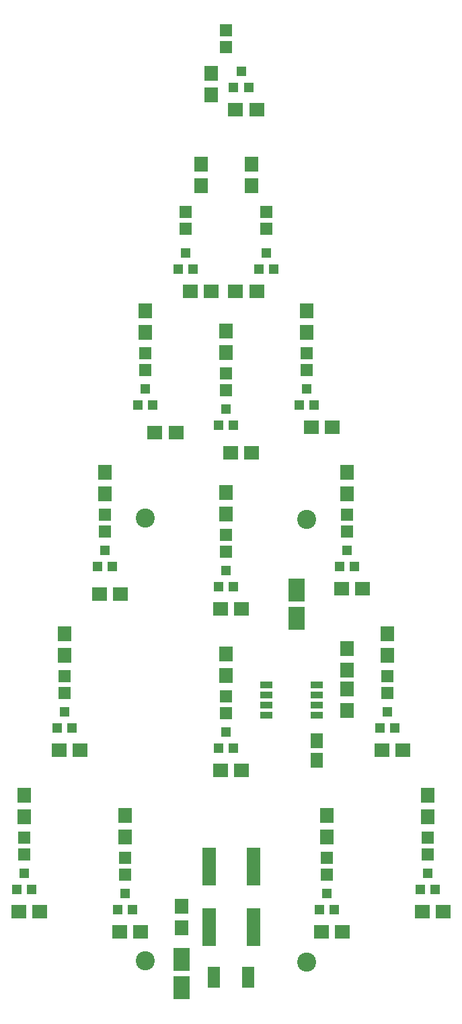
<source format=gbr>
G04 #@! TF.FileFunction,Soldermask,Top*
%FSLAX46Y46*%
G04 Gerber Fmt 4.6, Leading zero omitted, Abs format (unit mm)*
G04 Created by KiCad (PCBNEW 4.0.2-stable) date 12/1/2016 11:33:22 PM*
%MOMM*%
G01*
G04 APERTURE LIST*
%ADD10C,0.100000*%
%ADD11R,2.000000X3.000000*%
%ADD12R,1.650000X1.900000*%
%ADD13R,1.598880X1.598880*%
%ADD14R,1.200100X1.200100*%
%ADD15R,1.900000X1.700000*%
%ADD16R,1.700000X1.900000*%
%ADD17R,1.543000X0.908000*%
%ADD18R,1.797000X0.831800*%
%ADD19R,1.500000X0.800000*%
%ADD20C,2.400000*%
G04 APERTURE END LIST*
D10*
D11*
X78232000Y-161522000D03*
X78232000Y-165122000D03*
D12*
X95250000Y-134005000D03*
X95250000Y-136505000D03*
D11*
X92710000Y-118640000D03*
X92710000Y-115040000D03*
D13*
X83820000Y-44670980D03*
X83820000Y-46769020D03*
X78740000Y-67530980D03*
X78740000Y-69629020D03*
X88900000Y-67530980D03*
X88900000Y-69629020D03*
X73660000Y-85310980D03*
X73660000Y-87409020D03*
X83820000Y-87850980D03*
X83820000Y-89949020D03*
X93980000Y-85310980D03*
X93980000Y-87409020D03*
X68580000Y-105630980D03*
X68580000Y-107729020D03*
X83820000Y-108170980D03*
X83820000Y-110269020D03*
X99060000Y-105630980D03*
X99060000Y-107729020D03*
X63500000Y-125950980D03*
X63500000Y-128049020D03*
X83820000Y-128490980D03*
X83820000Y-130589020D03*
X104140000Y-125950980D03*
X104140000Y-128049020D03*
X58420000Y-146270980D03*
X58420000Y-148369020D03*
X71120000Y-148810980D03*
X71120000Y-150909020D03*
X96520000Y-148810980D03*
X96520000Y-150909020D03*
X109220000Y-146270980D03*
X109220000Y-148369020D03*
D14*
X84775000Y-51800760D03*
X86675000Y-51800760D03*
X85725000Y-49801780D03*
X77790000Y-74660760D03*
X79690000Y-74660760D03*
X78740000Y-72661780D03*
X87950000Y-74660760D03*
X89850000Y-74660760D03*
X88900000Y-72661780D03*
X72710000Y-91805760D03*
X74610000Y-91805760D03*
X73660000Y-89806780D03*
X82870000Y-94345760D03*
X84770000Y-94345760D03*
X83820000Y-92346780D03*
X93030000Y-91805760D03*
X94930000Y-91805760D03*
X93980000Y-89806780D03*
X67630000Y-112125760D03*
X69530000Y-112125760D03*
X68580000Y-110126780D03*
X82870000Y-114665760D03*
X84770000Y-114665760D03*
X83820000Y-112666780D03*
X98110000Y-112125760D03*
X100010000Y-112125760D03*
X99060000Y-110126780D03*
X62550000Y-132445760D03*
X64450000Y-132445760D03*
X63500000Y-130446780D03*
X82870000Y-134985760D03*
X84770000Y-134985760D03*
X83820000Y-132986780D03*
X103190000Y-132445760D03*
X105090000Y-132445760D03*
X104140000Y-130446780D03*
X57470000Y-152765760D03*
X59370000Y-152765760D03*
X58420000Y-150766780D03*
X70170000Y-155305760D03*
X72070000Y-155305760D03*
X71120000Y-153306780D03*
X95570000Y-155305760D03*
X97470000Y-155305760D03*
X96520000Y-153306780D03*
X108270000Y-152765760D03*
X110170000Y-152765760D03*
X109220000Y-150766780D03*
D15*
X87710000Y-54610000D03*
X85010000Y-54610000D03*
X81995000Y-77470000D03*
X79295000Y-77470000D03*
D16*
X81915000Y-52785000D03*
X81915000Y-50085000D03*
X80645000Y-61515000D03*
X80645000Y-64215000D03*
D15*
X85010000Y-77470000D03*
X87710000Y-77470000D03*
X77550000Y-95250000D03*
X74850000Y-95250000D03*
D16*
X86995000Y-61515000D03*
X86995000Y-64215000D03*
X73660000Y-79930000D03*
X73660000Y-82630000D03*
X78232000Y-154860000D03*
X78232000Y-157560000D03*
D15*
X87075000Y-97790000D03*
X84375000Y-97790000D03*
X97235000Y-94615000D03*
X94535000Y-94615000D03*
D16*
X83820000Y-82470000D03*
X83820000Y-85170000D03*
X93980000Y-79930000D03*
X93980000Y-82630000D03*
X99060000Y-122475000D03*
X99060000Y-125175000D03*
X99060000Y-127555000D03*
X99060000Y-130255000D03*
D15*
X70565000Y-115570000D03*
X67865000Y-115570000D03*
X85805000Y-117475000D03*
X83105000Y-117475000D03*
D16*
X68580000Y-100250000D03*
X68580000Y-102950000D03*
X83820000Y-102790000D03*
X83820000Y-105490000D03*
D15*
X101045000Y-114935000D03*
X98345000Y-114935000D03*
X65485000Y-135255000D03*
X62785000Y-135255000D03*
D16*
X99060000Y-100250000D03*
X99060000Y-102950000D03*
X63500000Y-120570000D03*
X63500000Y-123270000D03*
D15*
X85805000Y-137795000D03*
X83105000Y-137795000D03*
X106125000Y-135255000D03*
X103425000Y-135255000D03*
D16*
X83820000Y-123110000D03*
X83820000Y-125810000D03*
X104140000Y-120570000D03*
X104140000Y-123270000D03*
D15*
X60405000Y-155575000D03*
X57705000Y-155575000D03*
X73105000Y-158115000D03*
X70405000Y-158115000D03*
D16*
X58420000Y-140890000D03*
X58420000Y-143590000D03*
X71120000Y-143430000D03*
X71120000Y-146130000D03*
D15*
X98505000Y-158115000D03*
X95805000Y-158115000D03*
X111205000Y-155575000D03*
X108505000Y-155575000D03*
D16*
X96520000Y-143430000D03*
X96520000Y-146130000D03*
X109220000Y-140890000D03*
X109220000Y-143590000D03*
D17*
X95250000Y-127000000D03*
X95250000Y-128270000D03*
X95250000Y-129540000D03*
X95250000Y-130810000D03*
X88900000Y-130810000D03*
X88900000Y-129540000D03*
X88900000Y-128270000D03*
X88900000Y-127000000D03*
D18*
X87249000Y-159410400D03*
X87249000Y-158775400D03*
X87249000Y-158115000D03*
X87249000Y-157480000D03*
X87249000Y-156819600D03*
X87249000Y-156171900D03*
X87249000Y-155524200D03*
X81661000Y-155524200D03*
X81661000Y-156171900D03*
X81661000Y-156819600D03*
X81661000Y-157480000D03*
X81661000Y-158127700D03*
X81661000Y-158775400D03*
X81661000Y-159423100D03*
X87249000Y-151790400D03*
X87249000Y-151155400D03*
X87249000Y-150495000D03*
X87249000Y-149860000D03*
X87249000Y-149199600D03*
X87249000Y-148551900D03*
X87249000Y-147904200D03*
X81661000Y-147904200D03*
X81661000Y-148551900D03*
X81661000Y-149199600D03*
X81661000Y-149860000D03*
X81661000Y-150507700D03*
X81661000Y-151155400D03*
X81661000Y-151803100D03*
D19*
X82305000Y-162855000D03*
X82305000Y-163505000D03*
X82305000Y-164155000D03*
X82305000Y-164805000D03*
X86605000Y-164805000D03*
X86605000Y-164155000D03*
X86605000Y-163505000D03*
X86605000Y-162855000D03*
D20*
X93980000Y-161925000D03*
X93980000Y-106225000D03*
X73660000Y-106045000D03*
X73660000Y-161745000D03*
M02*

</source>
